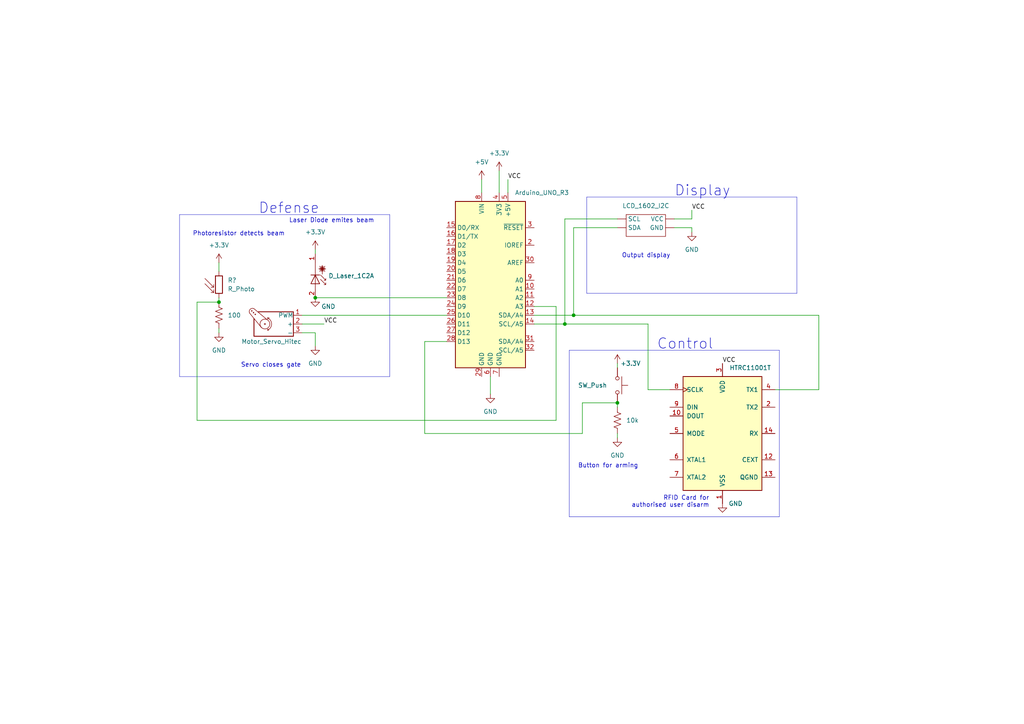
<source format=kicad_sch>
(kicad_sch (version 20211123) (generator eeschema)
  (paper "A4")
  (title_block (title "ECE411 Group 10 Practicum") (date "10/26/2022") (rev "0.1"))
  (lib_symbols
    (symbol "Device:D_Laser_1C2A" (pin_names (offset 1.016) hide)
      (property "Reference" "LD" (at -1.27 4.445 0))
      (property "Value" "D_Laser_1C2A" (at -1.27 -2.54 0))
      (symbol "D_Laser_1C2A_0_1"
        (polyline (pts (xy -4.064 1.27) (xy -2.54 2.794)))
        (polyline (pts (xy -4.064 1.778) (xy -2.54 2.286)))
        (polyline (pts (xy -4.064 2.286) (xy -2.54 1.778)))
        (polyline (pts (xy -4.064 2.794) (xy -2.54 1.27)))
        (polyline (pts (xy -3.556 2.794) (xy -3.048 1.27)))
        (polyline (pts (xy -3.302 2.032) (xy -3.302 1.016)))
        (polyline (pts (xy -3.302 2.032) (xy -3.302 3.048)))
        (polyline (pts (xy -3.048 2.794) (xy -3.556 1.27)))
        (polyline (pts (xy -1.778 2.032) (xy -4.318 2.032)))
        (polyline (pts (xy -1.524 1.27) (xy -1.524 -1.27)) (stroke (width 0.2032)))
        (polyline (pts (xy 1.27 3.048) (xy 0.762 3.048)))
        (polyline (pts (xy 2.54 0) (xy -5.08 0)))
        (polyline (pts (xy -0.254 1.524) (xy 1.27 3.048) (xy 1.27 2.54)))
        (polyline (pts (xy 1.016 1.27) (xy 1.016 -1.27) (xy -1.524 0) (xy 1.016 1.27)) (stroke (width 0.2032)))
        (polyline (pts (xy -1.524 1.524) (xy 0 3.048) (xy 0 2.54) (xy 0 3.048) (xy -0.508 3.048)))
      )
      (symbol "D_Laser_1C2A_1_1"
        (pin passive line (at -7.62 0 0) (length 2.54) (name "K") (number "1"))
        (pin passive line (at 5.08 0 180) (length 2.54) (name "A") (number "2"))
      )
    )
    (symbol "Device:R_Photo" (pin_numbers hide) (pin_names (offset 0))
      (property "Reference" "R" (at 1.27 1.27 0))
      (property "Value" "R_Photo" (at 1.27 0 0))
      (symbol "R_Photo_0_1"
        (rectangle (start -1.016 2.54) (end 1.016 -2.54) (stroke (width 0.254)))
        (polyline (pts (xy -1.524 -2.286) (xy -4.064 0.254)))
        (polyline (pts (xy -1.524 -2.286) (xy -2.286 -2.286)))
        (polyline (pts (xy -1.524 -2.286) (xy -1.524 -1.524)))
        (polyline (pts (xy -1.524 -0.762) (xy -4.064 1.778)))
        (polyline (pts (xy -1.524 -0.762) (xy -2.286 -0.762)))
        (polyline (pts (xy -1.524 -0.762) (xy -1.524 0)))
      )
      (symbol "R_Photo_1_1"
        (pin passive line (at 0 3.81 270) (length 1.27) (name "~") (number "1"))
        (pin passive line (at 0 -3.81 90) (length 1.27) (name "~") (number "2"))
      )
    )
    (symbol "Device:R_US" (pin_numbers hide) (pin_names (offset 0))
      (property "Reference" "R" (at 2.54 0 90))
      (property "Value" "R_US" (at -2.54 0 90))
      (symbol "R_US_0_1"
        (polyline (pts (xy 0 -2.286) (xy 0 -2.54)))
        (polyline (pts (xy 0 2.286) (xy 0 2.54)))
        (polyline (pts (xy 0 -0.762) (xy 1.016 -1.143) (xy 0 -1.524) (xy -1.016 -1.905) (xy 0 -2.286)))
        (polyline (pts (xy 0 0.762) (xy 1.016 0.381) (xy 0 0) (xy -1.016 -0.381) (xy 0 -0.762)))
        (polyline (pts (xy 0 2.286) (xy 1.016 1.905) (xy 0 1.524) (xy -1.016 1.143) (xy 0 0.762)))
      )
      (symbol "R_US_1_1"
        (pin passive line (at 0 3.81 270) (length 1.27) (name "~") (number "1"))
        (pin passive line (at 0 -3.81 90) (length 1.27) (name "~") (number "2"))
      )
    )
    (symbol "I2C:LCD_1602_I2C"
      (property "Reference" "U" (at 3.81 -5.08 0))
      (property "Value" "LCD_1602_I2C" (at 3.81 -2.54 0))
      (symbol "LCD_1602_I2C_0_1"
        (rectangle (start -2.54 5.08) (end 8.89 -1.27))
      )
      (symbol "LCD_1602_I2C_1_1"
        (pin input line (at 11.43 1.27 180) (length 2.54) (name "GND") (number ""))
        (pin input line (at -5.08 3.81 0) (length 2.54) (name "SCL") (number ""))
        (pin input line (at -5.08 1.27 0) (length 2.54) (name "SDA") (number ""))
        (pin input line (at 11.43 3.81 180) (length 2.54) (name "VCC") (number ""))
      )
    )
    (symbol "MCU_Module:Arduino_UNO_R3"
      (property "Reference" "A" (at -10.16 23.495 0))
      (property "Value" "Arduino_UNO_R3" (at 5.08 -26.67 0))
      (symbol "Arduino_UNO_R3_0_1"
        (rectangle (start -10.16 22.86) (end 10.16 -25.4) (stroke (width 0.254)) (fill (type background)))
      )
      (symbol "Arduino_UNO_R3_1_1"
        (pin no_connect line (at -10.16 -20.32 0) (length 2.54) hide (name "NC") (number "1"))
        (pin bidirectional line (at 12.7 -2.54 180) (length 2.54) (name "A1") (number "10"))
        (pin bidirectional line (at 12.7 -5.08 180) (length 2.54) (name "A2") (number "11"))
        (pin bidirectional line (at 12.7 -7.62 180) (length 2.54) (name "A3") (number "12"))
        (pin bidirectional line (at 12.7 -10.16 180) (length 2.54) (name "SDA/A4") (number "13"))
        (pin bidirectional line (at 12.7 -12.7 180) (length 2.54) (name "SCL/A5") (number "14"))
        (pin bidirectional line (at -12.7 15.24 0) (length 2.54) (name "D0/RX") (number "15"))
        (pin bidirectional line (at -12.7 12.7 0) (length 2.54) (name "D1/TX") (number "16"))
        (pin bidirectional line (at -12.7 10.16 0) (length 2.54) (name "D2") (number "17"))
        (pin bidirectional line (at -12.7 7.62 0) (length 2.54) (name "D3") (number "18"))
        (pin bidirectional line (at -12.7 5.08 0) (length 2.54) (name "D4") (number "19"))
        (pin output line (at 12.7 10.16 180) (length 2.54) (name "IOREF") (number "2"))
        (pin bidirectional line (at -12.7 2.54 0) (length 2.54) (name "D5") (number "20"))
        (pin bidirectional line (at -12.7 0 0) (length 2.54) (name "D6") (number "21"))
        (pin bidirectional line (at -12.7 -2.54 0) (length 2.54) (name "D7") (number "22"))
        (pin bidirectional line (at -12.7 -5.08 0) (length 2.54) (name "D8") (number "23"))
        (pin bidirectional line (at -12.7 -7.62 0) (length 2.54) (name "D9") (number "24"))
        (pin bidirectional line (at -12.7 -10.16 0) (length 2.54) (name "D10") (number "25"))
        (pin bidirectional line (at -12.7 -12.7 0) (length 2.54) (name "D11") (number "26"))
        (pin bidirectional line (at -12.7 -15.24 0) (length 2.54) (name "D12") (number "27"))
        (pin bidirectional line (at -12.7 -17.78 0) (length 2.54) (name "D13") (number "28"))
        (pin power_in line (at -2.54 -27.94 90) (length 2.54) (name "GND") (number "29"))
        (pin input line (at 12.7 15.24 180) (length 2.54) (name "~{RESET}") (number "3"))
        (pin input line (at 12.7 5.08 180) (length 2.54) (name "AREF") (number "30"))
        (pin bidirectional line (at 12.7 -17.78 180) (length 2.54) (name "SDA/A4") (number "31"))
        (pin bidirectional line (at 12.7 -20.32 180) (length 2.54) (name "SCL/A5") (number "32"))
        (pin power_out line (at 2.54 25.4 270) (length 2.54) (name "3V3") (number "4"))
        (pin power_out line (at 5.08 25.4 270) (length 2.54) (name "+5V") (number "5"))
        (pin power_in line (at 0 -27.94 90) (length 2.54) (name "GND") (number "6"))
        (pin power_in line (at 2.54 -27.94 90) (length 2.54) (name "GND") (number "7"))
        (pin power_in line (at -2.54 25.4 270) (length 2.54) (name "VIN") (number "8"))
        (pin bidirectional line (at 12.7 0 180) (length 2.54) (name "A0") (number "9"))
      )
    )
    (symbol "Motor:Motor_Servo_Hitec" (pin_names (offset 0.0254))
      (property "Reference" "M" (at -5.08 4.445 0))
      (property "Value" "Motor_Servo_Hitec" (at -5.08 -4.064 0))
      (symbol "Motor_Servo_Hitec_0_1"
        (polyline (pts (xy 2.413 -1.778) (xy 2.032 -1.778)))
        (polyline (pts (xy 2.413 -1.778) (xy 2.286 -1.397)))
        (polyline (pts (xy 2.413 1.778) (xy 1.905 1.778)))
        (polyline (pts (xy 2.413 1.778) (xy 2.286 1.397)))
        (polyline (pts (xy 6.35 4.445) (xy 2.54 1.27)))
        (polyline (pts (xy 7.62 3.175) (xy 4.191 -1.016)))
        (polyline (pts (xy 5.08 3.556) (xy -5.08 3.556) (xy -5.08 -3.556) (xy 6.35 -3.556) (xy 6.35 1.524)) (stroke (width 0.254)))
        (arc (start 2.413 1.778) (mid 1.2406 0) (end 2.413 -1.778))
        (circle (center 3.175 0) (radius 0.1778))
        (circle (center 3.175 0) (radius 1.4224))
        (circle (center 5.969 2.794) (radius 0.127))
        (circle (center 6.477 3.302) (radius 0.127))
        (circle (center 6.985 3.81) (radius 0.127))
        (arc (start 7.62 3.175) (mid 7.4485 4.2735) (end 6.35 4.445))
      )
      (symbol "Motor_Servo_Hitec_1_1"
        (pin passive line (at -7.62 2.54 0) (length 2.54) (name "PWM") (number "1"))
        (pin passive line (at -7.62 0 0) (length 2.54) (name "+") (number "2"))
        (pin passive line (at -7.62 -2.54 0) (length 2.54) (name "-") (number "3"))
      )
    )
    (symbol "RF_RFID:HTRC11001T" (pin_names (offset 1.016))
      (property "Reference" "U" (at -11.43 17.78 0))
      (property "Value" "HTRC11001T" (at 2.54 17.78 0))
      (symbol "HTRC11001T_0_1"
        (rectangle (start -11.43 16.51) (end 11.43 -16.51) (stroke (width 0.254)) (fill (type background)))
      )
      (symbol "HTRC11001T_1_1"
        (pin power_in line (at 0 -20.32 90) (length 3.81) (name "VSS") (number "1"))
        (pin output line (at -15.24 5.08 0) (length 3.81) (name "DOUT") (number "10"))
        (pin passive line (at 15.24 -7.62 180) (length 3.81) (name "CEXT") (number "12"))
        (pin passive line (at 15.24 -12.7 180) (length 3.81) (name "QGND") (number "13"))
        (pin input line (at 15.24 0 180) (length 3.81) (name "RX") (number "14"))
        (pin output line (at 15.24 7.62 180) (length 3.81) (name "TX2") (number "2"))
        (pin power_in line (at 0 20.32 270) (length 3.81) (name "VDD") (number "3"))
        (pin output line (at 15.24 12.7 180) (length 3.81) (name "TX1") (number "4"))
        (pin input line (at -15.24 0 0) (length 3.81) (name "MODE") (number "5"))
        (pin input line (at -15.24 -7.62 0) (length 3.81) (name "XTAL1") (number "6"))
        (pin output line (at -15.24 -12.7 0) (length 3.81) (name "XTAL2") (number "7"))
        (pin input clock (at -15.24 12.7 0) (length 3.81) (name "SCLK") (number "8"))
        (pin input line (at -15.24 7.62 0) (length 3.81) (name "DIN") (number "9"))
      )
    )
    (symbol "Switch:SW_Push" (pin_numbers hide) (pin_names (offset 1.016) hide)
      (property "Reference" "SW" (at 1.27 2.54 0))
      (property "Value" "SW_Push" (at 0 -1.524 0))
      (symbol "SW_Push_0_1"
        (circle (center -2.032 0) (radius 0.508))
        (polyline (pts (xy 0 1.27) (xy 0 3.048)))
        (polyline (pts (xy 2.54 1.27) (xy -2.54 1.27)))
        (circle (center 2.032 0) (radius 0.508))
        (pin passive line (at -5.08 0 0) (length 2.54) (name "1") (number "1"))
        (pin passive line (at 5.08 0 180) (length 2.54) (name "2") (number "2"))
      )
    )
    (symbol "power:+3.3V" (power) (pin_names (offset 0))
      (property "Value" "+3.3V" (at 0 3.556 0))
      (symbol "+3.3V_0_1"
        (polyline (pts (xy -0.762 1.27) (xy 0 2.54)))
        (polyline (pts (xy 0 0) (xy 0 2.54)))
        (polyline (pts (xy 0 2.54) (xy 0.762 1.27)))
      )
      (symbol "+3.3V_1_1"
        (pin power_in line (at 0 0 90) (length 0) hide (name "+3.3V") (number "1"))
      )
    )
    (symbol "power:+5V" (power) (pin_names (offset 0))
      (property "Value" "+5V" (at 0 3.556 0))
      (symbol "+5V_0_1"
        (polyline (pts (xy -0.762 1.27) (xy 0 2.54)))
        (polyline (pts (xy 0 0) (xy 0 2.54)))
        (polyline (pts (xy 0 2.54) (xy 0.762 1.27)))
      )
      (symbol "+5V_1_1"
        (pin power_in line (at 0 0 90) (length 0) hide (name "+5V") (number "1"))
      )
    )
    (symbol "power:GND" (power) (pin_names (offset 0))
      (property "Value" "GND" (at 0 -3.81 0))
      (symbol "GND_0_1"
        (polyline (pts (xy 0 0) (xy 0 -1.27) (xy 1.27 -1.27) (xy 0 -2.54) (xy -1.27 -1.27) (xy 0 -1.27)))
      )
      (symbol "GND_1_1"
        (pin power_in line (at 0 0 270) (length 0) hide (name "GND") (number "1"))
      )
    )
  )
  (junction (at 166.37 91.44))
  (junction (at 179.07 116.84))
  (junction (at 63.5 87.63))
  (junction (at 163.83 93.98))
  (junction (at 91.44 86.36))
  (wire (pts (xy 147.32 52.07) (xy 147.32 55.88)))
  (wire (pts (xy 179.07 105.41) (xy 179.07 106.68)))
  (wire (pts (xy 123.19 99.06) (xy 129.54 99.06)))
  (wire (pts (xy 154.94 93.98) (xy 163.83 93.98)))
  (polyline (pts (xy 52.07 62.23) (xy 113.03 62.23)) (stroke (width 0.1) (type solid)))
  (wire (pts (xy 195.58 63.5) (xy 200.66 63.5)))
  (wire (pts (xy 91.44 73.66) (xy 91.44 72.39)))
  (wire (pts (xy 163.83 63.5) (xy 179.07 63.5)))
  (wire (pts (xy 166.37 91.44) (xy 166.37 66.04)))
  (polyline (pts (xy 113.03 109.22) (xy 113.03 62.23)) (stroke (width 0.1) (type solid)))
  (polyline (pts (xy 170.18 57.15) (xy 231.14 57.15)) (stroke (width 0.1) (type solid)))
  (polyline (pts (xy 226.06 149.86) (xy 226.06 101.6)) (stroke (width 0.1) (type solid)))
  (polyline (pts (xy 231.14 85.09) (xy 231.14 57.15)) (stroke (width 0.1) (type solid)))
  (wire (pts (xy 87.63 96.52) (xy 91.44 96.52)))
  (wire (pts (xy 57.15 87.63) (xy 57.15 121.92)))
  (wire (pts (xy 168.91 125.73) (xy 123.19 125.73)))
  (polyline (pts (xy 170.18 85.09) (xy 231.14 85.09)) (stroke (width 0.1) (type solid)))
  (wire (pts (xy 63.5 76.2) (xy 63.5 78.74)))
  (wire (pts (xy 139.7 52.07) (xy 139.7 55.88)))
  (wire (pts (xy 166.37 91.44) (xy 237.49 91.44)))
  (wire (pts (xy 154.94 91.44) (xy 166.37 91.44)))
  (wire (pts (xy 87.63 93.98) (xy 93.98 93.98)))
  (wire (pts (xy 200.66 66.04) (xy 200.66 67.31)))
  (wire (pts (xy 63.5 87.63) (xy 57.15 87.63)))
  (wire (pts (xy 237.49 113.03) (xy 237.49 91.44)))
  (polyline (pts (xy 52.07 109.22) (xy 113.03 109.22)) (stroke (width 0.1) (type solid)))
  (wire (pts (xy 200.66 60.96) (xy 200.66 63.5)))
  (wire (pts (xy 123.19 125.73) (xy 123.19 99.06)))
  (polyline (pts (xy 170.18 57.15) (xy 170.18 85.09)) (stroke (width 0.1) (type solid)))
  (polyline (pts (xy 165.1 149.86) (xy 226.06 149.86)) (stroke (width 0.1) (type solid)))
  (wire (pts (xy 63.5 86.36) (xy 63.5 87.63)))
  (wire (pts (xy 179.07 116.84) (xy 168.91 116.84)))
  (wire (pts (xy 87.63 91.44) (xy 129.54 91.44)))
  (wire (pts (xy 163.83 93.98) (xy 187.96 93.98)))
  (wire (pts (xy 187.96 113.03) (xy 194.31 113.03)))
  (wire (pts (xy 63.5 95.25) (xy 63.5 96.52)))
  (wire (pts (xy 195.58 66.04) (xy 200.66 66.04)))
  (wire (pts (xy 91.44 96.52) (xy 91.44 100.33)))
  (wire (pts (xy 187.96 93.98) (xy 187.96 113.03)))
  (polyline (pts (xy 165.1 101.6) (xy 226.06 101.6)) (stroke (width 0.1) (type solid)))
  (polyline (pts (xy 52.07 62.23) (xy 52.07 109.22)) (stroke (width 0.1) (type solid)))
  (wire (pts (xy 163.83 93.98) (xy 163.83 63.5)))
  (wire (pts (xy 144.78 49.53) (xy 144.78 55.88)))
  (polyline (pts (xy 165.1 101.6) (xy 165.1 149.86)) (stroke (width 0.1) (type solid)))
  (wire (pts (xy 179.07 127) (xy 179.07 125.73)))
  (wire (pts (xy 224.79 113.03) (xy 237.49 113.03)))
  (wire (pts (xy 91.44 86.36) (xy 129.54 86.36)))
  (wire (pts (xy 161.29 88.9) (xy 154.94 88.9)))
  (wire (pts (xy 179.07 118.11) (xy 179.07 116.84)))
  (wire (pts (xy 168.91 116.84) (xy 168.91 125.73)))
  (wire (pts (xy 142.24 109.22) (xy 142.24 114.3)))
  (wire (pts (xy 161.29 121.92) (xy 161.29 88.9)))
  (wire (pts (xy 57.15 121.92) (xy 161.29 121.92)))
  (wire (pts (xy 166.37 66.04) (xy 179.07 66.04)))
  (text "Defense" (at 74.93 62.23 0) (effects (font (size 3 3)) (justify left bottom)))
  (text "Servo closes gate" (at 69.85 106.68 0) (effects (font (size 1.27 1.27)) (justify left bottom)))
  (text "Button for arming" (at 167.64 135.89 0) (effects (font (size 1.27 1.27)) (justify left bottom)))
  (text "RFID Card for\nauthorised user disarm" (at 205.74 147.32 180) (effects (font (size 1.27 1.27)) (justify right bottom)))
  (text "Laser Diode emites beam" (at 83.82 64.77 0) (effects (font (size 1.27 1.27)) (justify left bottom)))
  (text "Display" (at 195.58 57.15 0) (effects (font (size 3 3)) (justify left bottom)))
  (text "Output display" (at 180.34 74.93 0) (effects (font (size 1.27 1.27)) (justify left bottom)))
  (text "Photoresistor detects beam" (at 55.88 68.58 0) (effects (font (size 1.27 1.27)) (justify left bottom)))
  (text "Control\n" (at 190.5 101.6 0) (effects (font (size 3 3)) (justify left bottom)))
  (label "VCC" (at 200.66 60.96 0))
  (label "VCC" (at 147.32 52.07 0))
  (label "VCC" (at 209.55 105.41 0))
  (label "VCC" (at 93.98 93.98 0))
  (symbol (lib_id "power:GND") (at 91.44 86.36 0) (unit 1)
    (property "Reference" "#PWR?" (effects hide))
    (property "Value" "GND" (at 95.25 88.9 0))
  )
  (symbol (lib_id "power:+3.3V") (at 179.07 105.41 0) (unit 1)
    (property "Reference" "#PWR?" (effects hide))
    (property "Value" "+3.3V" (at 182.88 105.41 0))
  )
  (symbol (lib_id "power:GND") (at 179.07 127 0) (unit 1)
    (property "Reference" "#PWR?" (effects hide))
    (property "Value" "GND" (at 179.07 132.08 0))
  )
  (symbol (lib_id "I2C:LCD_1602_I2C") (at 184.15 67.31 0) (unit 1)
    (property "Reference" "U?" (effects hide))
    (property "Value" "LCD_1602_I2C" (at 187.325 59.69 0))
  )
  (symbol (lib_id "power:GND") (at 142.24 114.3 0) (unit 1)
    (property "Reference" "#PWR?" (effects hide))
    (property "Value" "GND" (at 142.24 119.38 0))
  )
  (symbol (lib_id "Switch:SW_Push") (at 179.07 111.76 270) (mirror x) (unit 1)
    (property "Reference" "SW?" (effects hide))
    (property "Value" "SW_Push" (at 167.64 111.76 90) (effects (justify left)))
  )
  (symbol (lib_id "Device:R_Photo") (at 63.5 82.55 0) (unit 1)
    (property "Reference" "R?" (at 66.04 81.2799 0) (effects (justify left)))
    (property "Value" "R_Photo" (at 66.04 83.8199 0) (effects (justify left)))
  )
  (symbol (lib_id "RF_RFID:HTRC11001T") (at 209.55 125.73 0) (unit 1)
    (property "Reference" "U1" (effects hide))
    (property "Value" "HTRC11001T" (at 211.5694 106.68 0) (effects (justify left)))
    (property "Footprint" "Package_SO:SOIC-14_3.9x8.7mm_P1.27mm" (effects hide))
    (property "Datasheet" "https://www.nxp.com/docs/en/data-sheet/037031.pdf" (effects hide))
  )
  (symbol (lib_id "Motor:Motor_Servo_Hitec") (at 80.01 93.98 0) (mirror y) (unit 1)
    (property "Reference" "M1" (effects hide))
    (property "Value" "Motor_Servo_Hitec" (at 78.74 99.06 0))
    (property "Datasheet" "http://forums.parallax.com/uploads/attachments/46831/74481.png" (effects hide))
  )
  (symbol (lib_id "power:+3.3V") (at 91.44 72.39 0) (unit 1)
    (property "Reference" "#PWR?" (effects hide))
    (property "Value" "+3.3V" (at 91.44 67.31 0))
  )
  (symbol (lib_id "power:+5V") (at 139.7 52.07 0) (unit 1)
    (property "Reference" "#PWR?" (effects hide))
    (property "Value" "+5V" (at 139.7 46.99 0))
  )
  (symbol (lib_id "power:GND") (at 209.55 146.05 0) (unit 1)
    (property "Reference" "#PWR?" (effects hide))
    (property "Value" "GND" (at 213.36 146.05 0))
  )
  (symbol (lib_id "Device:R_US") (at 63.5 91.44 0) (unit 1)
    (property "Reference" "R?" (effects hide))
    (property "Value" "100" (at 66.04 91.4399 0) (effects (justify left)))
  )
  (symbol (lib_id "Device:R_US") (at 179.07 121.92 0) (unit 1)
    (property "Reference" "R?" (effects hide))
    (property "Value" "10k" (at 181.61 121.9199 0) (effects (justify left)))
  )
  (symbol (lib_id "power:+3.3V") (at 63.5 76.2 0) (unit 1)
    (property "Reference" "#PWR?" (effects hide))
    (property "Value" "+3.3V" (at 63.5 71.12 0))
  )
  (symbol (lib_id "power:+3.3V") (at 144.78 49.53 0) (unit 1)
    (property "Reference" "#PWR?" (effects hide))
    (property "Value" "+3.3V" (at 144.78 44.45 0))
  )
  (symbol (lib_id "power:GND") (at 91.44 100.33 0) (unit 1)
    (property "Reference" "#PWR?" (effects hide))
    (property "Value" "GND" (at 91.44 105.41 0))
  )
  (symbol (lib_id "MCU_Module:Arduino_UNO_R3") (at 142.24 81.28 0) (unit 1)
    (property "Reference" "A1" (effects hide))
    (property "Value" "Arduino_UNO_R3" (at 149.3394 55.88 0) (effects (justify left)))
    (property "Footprint" "Module:Arduino_UNO_R3" (effects hide))
    (property "Datasheet" "https://www.arduino.cc/en/Main/arduinoBoardUno" (effects hide))
  )
  (symbol (lib_id "Device:D_Laser_1C2A") (at 91.44 81.28 270) (unit 1)
    (property "Reference" "LD?" (effects hide))
    (property "Value" "D_Laser_1C2A" (at 95.25 80.0099 90) (effects (justify left)))
  )
  (symbol (lib_id "power:GND") (at 63.5 96.52 0) (unit 1)
    (property "Reference" "#PWR?" (effects hide))
    (property "Value" "GND" (at 63.5 101.6 0))
  )
  (symbol (lib_id "power:GND") (at 200.66 67.31 0) (unit 1)
    (property "Reference" "#PWR?" (effects hide))
    (property "Value" "GND" (at 200.66 72.39 0))
  )
)
</source>
